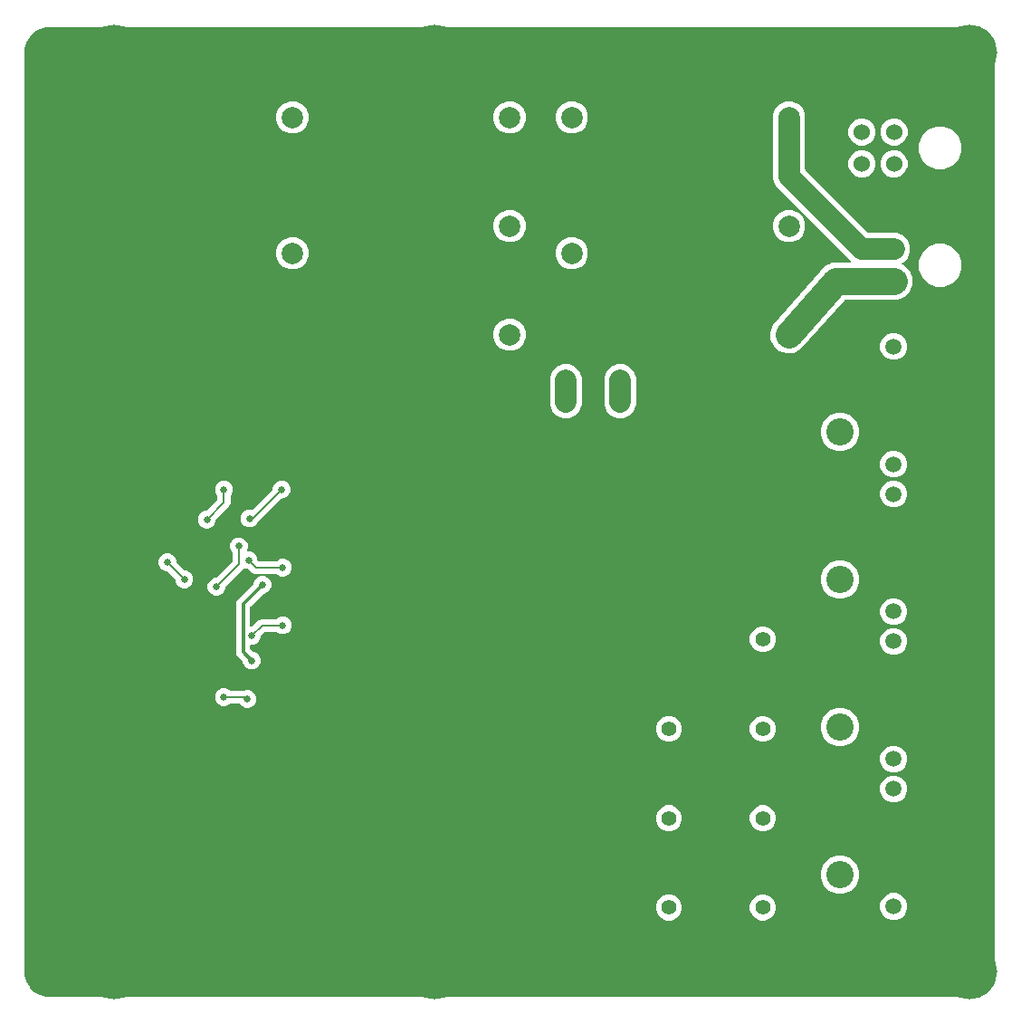
<source format=gbr>
G04 EAGLE Gerber RS-274X export*
G75*
%MOMM*%
%FSLAX34Y34*%
%LPD*%
%INBottom Copper*%
%IPPOS*%
%AMOC8*
5,1,8,0,0,1.08239X$1,22.5*%
G01*
%ADD10C,2.550000*%
%ADD11C,1.500000*%
%ADD12C,2.000000*%
%ADD13C,1.524000*%
%ADD14C,2.000000*%
%ADD15C,1.400000*%
%ADD16C,5.200000*%
%ADD17C,0.654800*%
%ADD18C,0.300000*%
%ADD19C,2.500000*%
%ADD20C,0.200000*%

G36*
X890019Y6274D02*
X890019Y6274D01*
X890050Y6272D01*
X893048Y6469D01*
X893072Y6474D01*
X893194Y6493D01*
X893230Y6503D01*
X893252Y6513D01*
X893276Y6517D01*
X893364Y6563D01*
X893454Y6604D01*
X893472Y6620D01*
X893494Y6632D01*
X893562Y6703D01*
X893635Y6771D01*
X893646Y6792D01*
X893663Y6810D01*
X893705Y6900D01*
X893752Y6987D01*
X893756Y7011D01*
X893767Y7033D01*
X893778Y7132D01*
X893795Y7229D01*
X893791Y7253D01*
X893794Y7277D01*
X893773Y7374D01*
X893758Y7472D01*
X893747Y7494D01*
X893742Y7518D01*
X893691Y7603D01*
X893645Y7691D01*
X893628Y7708D01*
X893615Y7729D01*
X893540Y7793D01*
X893469Y7862D01*
X893447Y7873D01*
X893428Y7889D01*
X893336Y7926D01*
X893247Y7969D01*
X893223Y7972D01*
X893200Y7981D01*
X893034Y7999D01*
X885624Y7999D01*
X877538Y11349D01*
X871349Y17538D01*
X867999Y25624D01*
X867999Y34376D01*
X871349Y42462D01*
X877538Y48651D01*
X885624Y52001D01*
X894376Y52001D01*
X902462Y48651D01*
X908651Y42462D01*
X912001Y34376D01*
X912001Y26966D01*
X912005Y26942D01*
X912002Y26918D01*
X912025Y26821D01*
X912040Y26724D01*
X912052Y26702D01*
X912057Y26678D01*
X912109Y26594D01*
X912156Y26506D01*
X912173Y26490D01*
X912186Y26469D01*
X912262Y26405D01*
X912334Y26337D01*
X912356Y26327D01*
X912375Y26311D01*
X912467Y26275D01*
X912557Y26233D01*
X912581Y26231D01*
X912604Y26222D01*
X912703Y26217D01*
X912801Y26206D01*
X912825Y26211D01*
X912850Y26210D01*
X912945Y26237D01*
X913042Y26258D01*
X913063Y26271D01*
X913086Y26278D01*
X913168Y26334D01*
X913253Y26385D01*
X913269Y26403D01*
X913289Y26417D01*
X913348Y26496D01*
X913413Y26572D01*
X913422Y26594D01*
X913437Y26614D01*
X913497Y26770D01*
X913507Y26806D01*
X913509Y26830D01*
X913531Y26952D01*
X913728Y29950D01*
X913726Y29969D01*
X913729Y30000D01*
X913729Y890000D01*
X913726Y890019D01*
X913728Y890050D01*
X913531Y893048D01*
X913526Y893071D01*
X913507Y893195D01*
X913497Y893230D01*
X913487Y893252D01*
X913483Y893276D01*
X913437Y893364D01*
X913396Y893454D01*
X913380Y893472D01*
X913368Y893494D01*
X913296Y893562D01*
X913229Y893635D01*
X913208Y893646D01*
X913190Y893663D01*
X913100Y893705D01*
X913013Y893752D01*
X912989Y893756D01*
X912967Y893767D01*
X912868Y893778D01*
X912771Y893795D01*
X912747Y893791D01*
X912723Y893794D01*
X912626Y893773D01*
X912528Y893758D01*
X912506Y893747D01*
X912482Y893742D01*
X912397Y893691D01*
X912309Y893645D01*
X912292Y893628D01*
X912271Y893615D01*
X912207Y893540D01*
X912137Y893469D01*
X912127Y893447D01*
X912111Y893428D01*
X912074Y893336D01*
X912031Y893247D01*
X912028Y893223D01*
X912019Y893200D01*
X912001Y893034D01*
X912001Y885624D01*
X908651Y877538D01*
X902462Y871349D01*
X894376Y867999D01*
X885624Y867999D01*
X877538Y871349D01*
X871349Y877538D01*
X867999Y885624D01*
X867999Y894376D01*
X871349Y902462D01*
X877538Y908651D01*
X885624Y912001D01*
X893034Y912001D01*
X893058Y912005D01*
X893082Y912002D01*
X893179Y912024D01*
X893276Y912040D01*
X893298Y912052D01*
X893321Y912057D01*
X893406Y912109D01*
X893494Y912156D01*
X893510Y912173D01*
X893531Y912186D01*
X893595Y912262D01*
X893663Y912334D01*
X893673Y912356D01*
X893689Y912375D01*
X893725Y912467D01*
X893767Y912557D01*
X893769Y912581D01*
X893778Y912604D01*
X893783Y912703D01*
X893794Y912801D01*
X893789Y912825D01*
X893790Y912849D01*
X893763Y912945D01*
X893742Y913042D01*
X893729Y913063D01*
X893722Y913086D01*
X893666Y913168D01*
X893615Y913253D01*
X893597Y913269D01*
X893583Y913289D01*
X893504Y913348D01*
X893428Y913413D01*
X893406Y913422D01*
X893386Y913437D01*
X893230Y913497D01*
X893195Y913507D01*
X893170Y913509D01*
X893048Y913531D01*
X890050Y913728D01*
X890031Y913726D01*
X890000Y913729D01*
X30000Y913729D01*
X29981Y913726D01*
X29950Y913728D01*
X26952Y913531D01*
X26929Y913526D01*
X26805Y913507D01*
X21013Y911955D01*
X20999Y911949D01*
X20984Y911946D01*
X20830Y911879D01*
X15637Y908881D01*
X15625Y908871D01*
X15611Y908865D01*
X15480Y908760D01*
X11240Y904520D01*
X11231Y904508D01*
X11218Y904498D01*
X11119Y904363D01*
X8121Y899170D01*
X8116Y899155D01*
X8106Y899143D01*
X8045Y898987D01*
X6493Y893195D01*
X6491Y893171D01*
X6469Y893048D01*
X6272Y890050D01*
X6274Y890031D01*
X6271Y890000D01*
X6271Y30000D01*
X6274Y29981D01*
X6272Y29950D01*
X6469Y26952D01*
X6474Y26929D01*
X6493Y26805D01*
X8045Y21013D01*
X8051Y20999D01*
X8054Y20984D01*
X8121Y20830D01*
X11119Y15637D01*
X11129Y15625D01*
X11135Y15611D01*
X11240Y15480D01*
X15480Y11240D01*
X15492Y11231D01*
X15502Y11218D01*
X15637Y11119D01*
X20830Y8121D01*
X20845Y8116D01*
X20857Y8106D01*
X21013Y8045D01*
X26805Y6493D01*
X26829Y6491D01*
X26952Y6469D01*
X29950Y6272D01*
X29969Y6274D01*
X30000Y6271D01*
X890000Y6271D01*
X890019Y6274D01*
G37*
%LPC*%
G36*
X712577Y610506D02*
X712577Y610506D01*
X707373Y615130D01*
X704335Y621395D01*
X703925Y628345D01*
X706206Y634923D01*
X750818Y685125D01*
X750841Y685162D01*
X750871Y685193D01*
X750943Y685323D01*
X750949Y685333D01*
X750950Y685336D01*
X750952Y685340D01*
X751107Y685713D01*
X753188Y687794D01*
X753198Y687808D01*
X753219Y687827D01*
X755174Y690027D01*
X755538Y690204D01*
X755573Y690229D01*
X755613Y690246D01*
X755729Y690338D01*
X755739Y690345D01*
X755741Y690348D01*
X755744Y690350D01*
X756030Y690636D01*
X758749Y691763D01*
X758763Y691772D01*
X758790Y691781D01*
X761438Y693065D01*
X761842Y693089D01*
X761884Y693099D01*
X761927Y693099D01*
X762070Y693141D01*
X762082Y693143D01*
X762084Y693145D01*
X762088Y693146D01*
X762462Y693301D01*
X765405Y693301D01*
X765422Y693303D01*
X765450Y693302D01*
X768388Y693475D01*
X768770Y693343D01*
X768813Y693335D01*
X768853Y693319D01*
X769001Y693303D01*
X769013Y693301D01*
X769016Y693301D01*
X769020Y693301D01*
X779147Y693301D01*
X779218Y693312D01*
X779290Y693314D01*
X779339Y693332D01*
X779390Y693340D01*
X779453Y693374D01*
X779521Y693399D01*
X779561Y693431D01*
X779607Y693456D01*
X779657Y693508D01*
X779713Y693552D01*
X779741Y693596D01*
X779777Y693634D01*
X779807Y693699D01*
X779846Y693759D01*
X779858Y693810D01*
X779880Y693857D01*
X779888Y693928D01*
X779906Y693998D01*
X779902Y694050D01*
X779907Y694101D01*
X779892Y694172D01*
X779887Y694243D01*
X779866Y694291D01*
X779855Y694342D01*
X779818Y694403D01*
X779790Y694469D01*
X779746Y694525D01*
X779729Y694553D01*
X779711Y694568D01*
X779686Y694600D01*
X776876Y697410D01*
X708883Y765403D01*
X706599Y770916D01*
X706599Y832084D01*
X708883Y837597D01*
X713103Y841817D01*
X718616Y844101D01*
X724584Y844101D01*
X730097Y841817D01*
X734317Y837597D01*
X736601Y832084D01*
X736601Y780429D01*
X736615Y780339D01*
X736623Y780248D01*
X736635Y780218D01*
X736640Y780186D01*
X736683Y780105D01*
X736719Y780022D01*
X736745Y779989D01*
X736756Y779969D01*
X736779Y779947D01*
X736824Y779891D01*
X795691Y721024D01*
X795764Y720971D01*
X795834Y720911D01*
X795864Y720899D01*
X795890Y720880D01*
X795977Y720853D01*
X796062Y720819D01*
X796103Y720815D01*
X796125Y720808D01*
X796158Y720809D01*
X796229Y720801D01*
X822684Y720801D01*
X828197Y718517D01*
X832417Y714297D01*
X834701Y708784D01*
X834701Y702816D01*
X832417Y697303D01*
X828197Y693083D01*
X827660Y692860D01*
X827599Y692823D01*
X827533Y692794D01*
X827513Y692775D01*
X827492Y692763D01*
X827475Y692746D01*
X827451Y692731D01*
X827405Y692676D01*
X827352Y692627D01*
X827339Y692603D01*
X827322Y692585D01*
X827312Y692563D01*
X827294Y692541D01*
X827268Y692474D01*
X827234Y692412D01*
X827229Y692384D01*
X827219Y692362D01*
X827216Y692338D01*
X827206Y692312D01*
X827203Y692240D01*
X827190Y692170D01*
X827194Y692142D01*
X827191Y692118D01*
X827197Y692094D01*
X827195Y692066D01*
X827215Y691997D01*
X827226Y691926D01*
X827238Y691902D01*
X827244Y691877D01*
X827256Y691856D01*
X827264Y691830D01*
X827305Y691771D01*
X827337Y691707D01*
X827357Y691688D01*
X827370Y691666D01*
X827389Y691650D01*
X827404Y691628D01*
X827462Y691585D01*
X827513Y691535D01*
X827542Y691519D01*
X827557Y691506D01*
X827581Y691497D01*
X827602Y691481D01*
X827624Y691474D01*
X827660Y691454D01*
X829633Y690636D01*
X834556Y685713D01*
X837221Y679281D01*
X837221Y672319D01*
X834556Y665887D01*
X829633Y660964D01*
X823201Y658299D01*
X774146Y658299D01*
X774034Y658281D01*
X773921Y658265D01*
X773913Y658261D01*
X773903Y658260D01*
X773803Y658207D01*
X773701Y658156D01*
X773692Y658148D01*
X773685Y658144D01*
X773669Y658127D01*
X773577Y658044D01*
X732370Y611673D01*
X726105Y608635D01*
X719155Y608225D01*
X712577Y610506D01*
G37*
%LPD*%
%LPC*%
G36*
X217354Y312725D02*
X217354Y312725D01*
X214313Y313985D01*
X211985Y316313D01*
X210725Y319354D01*
X210725Y319766D01*
X210711Y319856D01*
X210703Y319947D01*
X210691Y319977D01*
X210686Y320009D01*
X210643Y320089D01*
X210607Y320173D01*
X210581Y320205D01*
X210570Y320226D01*
X210547Y320248D01*
X210502Y320304D01*
X205489Y325318D01*
X204499Y327707D01*
X204499Y375293D01*
X205489Y377682D01*
X220502Y392696D01*
X220555Y392770D01*
X220615Y392839D01*
X220627Y392869D01*
X220646Y392895D01*
X220673Y392982D01*
X220707Y393067D01*
X220711Y393108D01*
X220718Y393131D01*
X220717Y393163D01*
X220725Y393234D01*
X220725Y393646D01*
X221985Y396687D01*
X224313Y399015D01*
X227354Y400275D01*
X230646Y400275D01*
X233687Y399015D01*
X236015Y396687D01*
X237275Y393646D01*
X237275Y390354D01*
X236015Y387313D01*
X233687Y384985D01*
X230646Y383725D01*
X230234Y383725D01*
X230144Y383711D01*
X230053Y383703D01*
X230023Y383691D01*
X229991Y383686D01*
X229911Y383643D01*
X229827Y383607D01*
X229795Y383581D01*
X229774Y383570D01*
X229752Y383547D01*
X229696Y383502D01*
X217724Y371530D01*
X217671Y371456D01*
X217611Y371387D01*
X217599Y371357D01*
X217580Y371331D01*
X217553Y371244D01*
X217519Y371159D01*
X217515Y371118D01*
X217508Y371095D01*
X217509Y371063D01*
X217501Y370992D01*
X217501Y353036D01*
X217504Y353016D01*
X217502Y352997D01*
X217524Y352895D01*
X217540Y352793D01*
X217550Y352776D01*
X217554Y352756D01*
X217607Y352667D01*
X217656Y352576D01*
X217670Y352562D01*
X217680Y352545D01*
X217759Y352478D01*
X217834Y352406D01*
X217852Y352398D01*
X217867Y352385D01*
X217963Y352346D01*
X218057Y352303D01*
X218077Y352301D01*
X218095Y352293D01*
X218262Y352275D01*
X218473Y352275D01*
X218563Y352289D01*
X218654Y352297D01*
X218684Y352309D01*
X218716Y352314D01*
X218797Y352357D01*
X218880Y352393D01*
X218913Y352419D01*
X218933Y352430D01*
X218955Y352453D01*
X219011Y352498D01*
X225601Y359087D01*
X227806Y360001D01*
X241983Y360001D01*
X242073Y360015D01*
X242164Y360023D01*
X242194Y360035D01*
X242226Y360040D01*
X242307Y360083D01*
X242390Y360119D01*
X242423Y360145D01*
X242443Y360156D01*
X242465Y360179D01*
X242521Y360224D01*
X243313Y361015D01*
X246354Y362275D01*
X249646Y362275D01*
X252687Y361015D01*
X255015Y358687D01*
X256275Y355646D01*
X256275Y352354D01*
X255015Y349313D01*
X252687Y346985D01*
X249646Y345725D01*
X246354Y345725D01*
X243313Y346985D01*
X242521Y347776D01*
X242448Y347829D01*
X242378Y347889D01*
X242348Y347901D01*
X242322Y347920D01*
X242235Y347947D01*
X242150Y347981D01*
X242109Y347985D01*
X242087Y347992D01*
X242054Y347991D01*
X241983Y347999D01*
X231801Y347999D01*
X231711Y347985D01*
X231620Y347977D01*
X231590Y347965D01*
X231558Y347960D01*
X231477Y347917D01*
X231394Y347881D01*
X231361Y347855D01*
X231341Y347844D01*
X231319Y347821D01*
X231263Y347776D01*
X227498Y344011D01*
X227451Y343946D01*
X227438Y343933D01*
X227435Y343926D01*
X227385Y343868D01*
X227373Y343838D01*
X227354Y343812D01*
X227327Y343725D01*
X227293Y343640D01*
X227289Y343599D01*
X227282Y343577D01*
X227283Y343544D01*
X227275Y343473D01*
X227275Y342354D01*
X226015Y339313D01*
X223687Y336985D01*
X220646Y335725D01*
X218262Y335725D01*
X218242Y335722D01*
X218223Y335724D01*
X218121Y335702D01*
X218019Y335686D01*
X218002Y335676D01*
X217982Y335672D01*
X217893Y335619D01*
X217802Y335570D01*
X217788Y335556D01*
X217771Y335546D01*
X217704Y335467D01*
X217632Y335392D01*
X217624Y335374D01*
X217611Y335359D01*
X217572Y335263D01*
X217529Y335169D01*
X217527Y335149D01*
X217519Y335131D01*
X217501Y334964D01*
X217501Y332008D01*
X217515Y331918D01*
X217523Y331827D01*
X217535Y331797D01*
X217540Y331765D01*
X217583Y331685D01*
X217619Y331601D01*
X217645Y331569D01*
X217656Y331548D01*
X217679Y331526D01*
X217724Y331470D01*
X219696Y329498D01*
X219770Y329445D01*
X219839Y329385D01*
X219869Y329373D01*
X219895Y329354D01*
X219982Y329327D01*
X220067Y329293D01*
X220108Y329289D01*
X220131Y329282D01*
X220163Y329283D01*
X220234Y329275D01*
X220646Y329275D01*
X223687Y328015D01*
X226015Y325687D01*
X227275Y322646D01*
X227275Y319354D01*
X226015Y316313D01*
X223687Y313985D01*
X220646Y312725D01*
X217354Y312725D01*
G37*
%LPD*%
%LPC*%
G36*
X385624Y867999D02*
X385624Y867999D01*
X377538Y871349D01*
X371349Y877538D01*
X367999Y885624D01*
X367999Y894376D01*
X371349Y902462D01*
X377538Y908651D01*
X385624Y912001D01*
X394376Y912001D01*
X402462Y908651D01*
X408651Y902462D01*
X412001Y894376D01*
X412001Y885624D01*
X408651Y877538D01*
X402462Y871349D01*
X394376Y867999D01*
X385624Y867999D01*
G37*
%LPD*%
%LPC*%
G36*
X85624Y7999D02*
X85624Y7999D01*
X77538Y11349D01*
X71349Y17538D01*
X67999Y25624D01*
X67999Y34376D01*
X71349Y42462D01*
X77538Y48651D01*
X85624Y52001D01*
X94376Y52001D01*
X102462Y48651D01*
X108651Y42462D01*
X112001Y34376D01*
X112001Y25624D01*
X108651Y17538D01*
X102462Y11349D01*
X94376Y7999D01*
X85624Y7999D01*
G37*
%LPD*%
%LPC*%
G36*
X385624Y7999D02*
X385624Y7999D01*
X377538Y11349D01*
X371349Y17538D01*
X367999Y25624D01*
X367999Y34376D01*
X371349Y42462D01*
X377538Y48651D01*
X385624Y52001D01*
X394376Y52001D01*
X402462Y48651D01*
X408651Y42462D01*
X412001Y34376D01*
X412001Y25624D01*
X408651Y17538D01*
X402462Y11349D01*
X394376Y7999D01*
X385624Y7999D01*
G37*
%LPD*%
%LPC*%
G36*
X85624Y867999D02*
X85624Y867999D01*
X77538Y871349D01*
X71349Y877538D01*
X67999Y885624D01*
X67999Y894376D01*
X71349Y902462D01*
X77538Y908651D01*
X85624Y912001D01*
X94376Y912001D01*
X102462Y908651D01*
X108651Y902462D01*
X112001Y894376D01*
X112001Y885624D01*
X108651Y877538D01*
X102462Y871349D01*
X94376Y867999D01*
X85624Y867999D01*
G37*
%LPD*%
%LPC*%
G36*
X184354Y381725D02*
X184354Y381725D01*
X181313Y382985D01*
X178985Y385313D01*
X177725Y388354D01*
X177725Y391646D01*
X178985Y394687D01*
X181313Y397015D01*
X184354Y398275D01*
X185473Y398275D01*
X185563Y398289D01*
X185654Y398297D01*
X185684Y398309D01*
X185716Y398314D01*
X185797Y398357D01*
X185880Y398393D01*
X185913Y398419D01*
X185933Y398430D01*
X185955Y398453D01*
X186011Y398498D01*
X200776Y413263D01*
X200829Y413337D01*
X200889Y413406D01*
X200901Y413436D01*
X200920Y413462D01*
X200947Y413549D01*
X200981Y413634D01*
X200985Y413675D01*
X200992Y413697D01*
X200991Y413730D01*
X200999Y413801D01*
X200999Y421983D01*
X200985Y422073D01*
X200977Y422164D01*
X200965Y422194D01*
X200960Y422226D01*
X200917Y422307D01*
X200881Y422390D01*
X200855Y422423D01*
X200844Y422443D01*
X200821Y422465D01*
X200776Y422521D01*
X199985Y423313D01*
X198725Y426354D01*
X198725Y429646D01*
X199985Y432687D01*
X202313Y435015D01*
X205354Y436275D01*
X208646Y436275D01*
X211687Y435015D01*
X214015Y432687D01*
X215275Y429646D01*
X215275Y426354D01*
X214435Y424327D01*
X214425Y424283D01*
X214405Y424241D01*
X214397Y424164D01*
X214379Y424088D01*
X214383Y424042D01*
X214378Y423997D01*
X214395Y423920D01*
X214402Y423843D01*
X214421Y423801D01*
X214431Y423756D01*
X214471Y423689D01*
X214502Y423618D01*
X214533Y423584D01*
X214557Y423545D01*
X214616Y423494D01*
X214669Y423437D01*
X214709Y423415D01*
X214744Y423385D01*
X214816Y423356D01*
X214884Y423319D01*
X214929Y423310D01*
X214972Y423293D01*
X215108Y423278D01*
X215126Y423275D01*
X215131Y423276D01*
X215139Y423275D01*
X217646Y423275D01*
X220687Y422015D01*
X223015Y419687D01*
X224275Y416646D01*
X224275Y415527D01*
X224289Y415437D01*
X224297Y415346D01*
X224309Y415316D01*
X224314Y415284D01*
X224357Y415203D01*
X224393Y415120D01*
X224419Y415087D01*
X224430Y415067D01*
X224453Y415045D01*
X224498Y414989D01*
X225263Y414224D01*
X225337Y414171D01*
X225406Y414111D01*
X225436Y414099D01*
X225462Y414080D01*
X225549Y414053D01*
X225634Y414019D01*
X225675Y414015D01*
X225697Y414008D01*
X225730Y414009D01*
X225801Y414001D01*
X241983Y414001D01*
X242073Y414015D01*
X242164Y414023D01*
X242194Y414035D01*
X242226Y414040D01*
X242307Y414083D01*
X242390Y414119D01*
X242423Y414145D01*
X242443Y414156D01*
X242465Y414179D01*
X242521Y414224D01*
X243313Y415015D01*
X246354Y416275D01*
X249646Y416275D01*
X252687Y415015D01*
X255015Y412687D01*
X256275Y409646D01*
X256275Y406354D01*
X255015Y403313D01*
X252687Y400985D01*
X249646Y399725D01*
X246354Y399725D01*
X243313Y400985D01*
X242521Y401776D01*
X242448Y401829D01*
X242378Y401889D01*
X242348Y401901D01*
X242322Y401920D01*
X242235Y401947D01*
X242150Y401981D01*
X242109Y401985D01*
X242087Y401992D01*
X242054Y401991D01*
X241983Y401999D01*
X221806Y401999D01*
X219601Y402913D01*
X216011Y406502D01*
X215937Y406555D01*
X215868Y406615D01*
X215838Y406627D01*
X215812Y406646D01*
X215725Y406673D01*
X215640Y406707D01*
X215599Y406711D01*
X215577Y406718D01*
X215544Y406717D01*
X215473Y406725D01*
X214354Y406725D01*
X212602Y407451D01*
X212488Y407478D01*
X212375Y407506D01*
X212369Y407506D01*
X212362Y407507D01*
X212246Y407496D01*
X212130Y407487D01*
X212124Y407485D01*
X212118Y407484D01*
X212010Y407436D01*
X211903Y407391D01*
X211897Y407386D01*
X211893Y407384D01*
X211879Y407372D01*
X211772Y407286D01*
X210292Y405806D01*
X194498Y390011D01*
X194445Y389937D01*
X194385Y389868D01*
X194373Y389838D01*
X194354Y389812D01*
X194327Y389725D01*
X194293Y389640D01*
X194289Y389599D01*
X194282Y389577D01*
X194283Y389544D01*
X194275Y389473D01*
X194275Y388354D01*
X193015Y385313D01*
X190687Y382985D01*
X187646Y381725D01*
X184354Y381725D01*
G37*
%LPD*%
%LPC*%
G36*
X560886Y547999D02*
X560886Y547999D01*
X555373Y550283D01*
X551153Y554503D01*
X548869Y560016D01*
X548869Y585984D01*
X551153Y591497D01*
X555373Y595717D01*
X560886Y598001D01*
X566854Y598001D01*
X572367Y595717D01*
X576587Y591497D01*
X578871Y585984D01*
X578871Y560016D01*
X576587Y554503D01*
X572367Y550283D01*
X566854Y547999D01*
X560886Y547999D01*
G37*
%LPD*%
%LPC*%
G36*
X510086Y547999D02*
X510086Y547999D01*
X504573Y550283D01*
X500353Y554503D01*
X498069Y560016D01*
X498069Y585984D01*
X500353Y591497D01*
X504573Y595717D01*
X510086Y598001D01*
X516054Y598001D01*
X521567Y595717D01*
X525787Y591497D01*
X528071Y585984D01*
X528071Y560016D01*
X525787Y554503D01*
X521567Y550283D01*
X516054Y547999D01*
X510086Y547999D01*
G37*
%LPD*%
%LPC*%
G36*
X858922Y780499D02*
X858922Y780499D01*
X851570Y783544D01*
X845944Y789170D01*
X842899Y796522D01*
X842899Y804478D01*
X845944Y811830D01*
X851570Y817456D01*
X858922Y820501D01*
X866878Y820501D01*
X874230Y817456D01*
X879856Y811830D01*
X882901Y804478D01*
X882901Y796522D01*
X879856Y789170D01*
X874230Y783544D01*
X866878Y780499D01*
X858922Y780499D01*
G37*
%LPD*%
%LPC*%
G36*
X858922Y670799D02*
X858922Y670799D01*
X851570Y673844D01*
X845944Y679470D01*
X842899Y686822D01*
X842899Y694778D01*
X845944Y702130D01*
X851570Y707756D01*
X858922Y710801D01*
X866878Y710801D01*
X874230Y707756D01*
X879856Y702130D01*
X882901Y694778D01*
X882901Y686822D01*
X879856Y679470D01*
X874230Y673844D01*
X866878Y670799D01*
X858922Y670799D01*
G37*
%LPD*%
%LPC*%
G36*
X765869Y103349D02*
X765869Y103349D01*
X759345Y106052D01*
X754352Y111045D01*
X751649Y117569D01*
X751649Y124631D01*
X754352Y131155D01*
X759345Y136148D01*
X765869Y138851D01*
X772931Y138851D01*
X779455Y136148D01*
X784448Y131155D01*
X787151Y124631D01*
X787151Y117569D01*
X784448Y111045D01*
X779455Y106052D01*
X772931Y103349D01*
X765869Y103349D01*
G37*
%LPD*%
%LPC*%
G36*
X765869Y379149D02*
X765869Y379149D01*
X759345Y381852D01*
X754352Y386845D01*
X751649Y393369D01*
X751649Y400431D01*
X754352Y406955D01*
X759345Y411948D01*
X765869Y414651D01*
X772931Y414651D01*
X779455Y411948D01*
X784448Y406955D01*
X787151Y400431D01*
X787151Y393369D01*
X784448Y386845D01*
X779455Y381852D01*
X772931Y379149D01*
X765869Y379149D01*
G37*
%LPD*%
%LPC*%
G36*
X765869Y517049D02*
X765869Y517049D01*
X759345Y519752D01*
X754352Y524745D01*
X751649Y531269D01*
X751649Y538331D01*
X754352Y544855D01*
X759345Y549848D01*
X765869Y552551D01*
X772931Y552551D01*
X779455Y549848D01*
X784448Y544855D01*
X787151Y538331D01*
X787151Y531269D01*
X784448Y524745D01*
X779455Y519752D01*
X772931Y517049D01*
X765869Y517049D01*
G37*
%LPD*%
%LPC*%
G36*
X765869Y241249D02*
X765869Y241249D01*
X759345Y243952D01*
X754352Y248945D01*
X751649Y255469D01*
X751649Y262531D01*
X754352Y269055D01*
X759345Y274048D01*
X765869Y276751D01*
X772931Y276751D01*
X779455Y274048D01*
X784448Y269055D01*
X787151Y262531D01*
X787151Y255469D01*
X784448Y248945D01*
X779455Y243952D01*
X772931Y241249D01*
X765869Y241249D01*
G37*
%LPD*%
%LPC*%
G36*
X215354Y445725D02*
X215354Y445725D01*
X212313Y446985D01*
X209985Y449313D01*
X208725Y452354D01*
X208725Y455646D01*
X209985Y458687D01*
X212313Y461015D01*
X215354Y462275D01*
X218646Y462275D01*
X218984Y462135D01*
X219097Y462108D01*
X219211Y462080D01*
X219217Y462080D01*
X219223Y462079D01*
X219340Y462090D01*
X219456Y462099D01*
X219462Y462101D01*
X219468Y462102D01*
X219575Y462149D01*
X219682Y462195D01*
X219688Y462200D01*
X219693Y462202D01*
X219707Y462214D01*
X219813Y462300D01*
X238502Y480989D01*
X238555Y481063D01*
X238615Y481132D01*
X238627Y481162D01*
X238646Y481188D01*
X238673Y481275D01*
X238707Y481360D01*
X238711Y481401D01*
X238718Y481423D01*
X238717Y481456D01*
X238725Y481527D01*
X238725Y482646D01*
X239985Y485687D01*
X242313Y488015D01*
X245354Y489275D01*
X248646Y489275D01*
X251687Y488015D01*
X254015Y485687D01*
X255275Y482646D01*
X255275Y479354D01*
X254015Y476313D01*
X251687Y473985D01*
X248646Y472725D01*
X247527Y472725D01*
X247437Y472711D01*
X247346Y472703D01*
X247316Y472691D01*
X247284Y472686D01*
X247203Y472643D01*
X247120Y472607D01*
X247087Y472581D01*
X247067Y472570D01*
X247045Y472547D01*
X246989Y472502D01*
X225194Y450708D01*
X224275Y449788D01*
X224236Y449735D01*
X224191Y449688D01*
X224150Y449616D01*
X224131Y449589D01*
X224125Y449570D01*
X224110Y449541D01*
X224015Y449313D01*
X221687Y446985D01*
X218646Y445725D01*
X215354Y445725D01*
G37*
%LPD*%
%LPC*%
G36*
X254116Y814099D02*
X254116Y814099D01*
X248603Y816383D01*
X244383Y820603D01*
X242099Y826116D01*
X242099Y832084D01*
X244383Y837597D01*
X248603Y841817D01*
X254116Y844101D01*
X260084Y844101D01*
X265597Y841817D01*
X269817Y837597D01*
X272101Y832084D01*
X272101Y826116D01*
X269817Y820603D01*
X265597Y816383D01*
X260084Y814099D01*
X254116Y814099D01*
G37*
%LPD*%
%LPC*%
G36*
X457316Y814099D02*
X457316Y814099D01*
X451803Y816383D01*
X447583Y820603D01*
X445299Y826116D01*
X445299Y832084D01*
X447583Y837597D01*
X451803Y841817D01*
X457316Y844101D01*
X463284Y844101D01*
X468797Y841817D01*
X473017Y837597D01*
X475301Y832084D01*
X475301Y826116D01*
X473017Y820603D01*
X468797Y816383D01*
X463284Y814099D01*
X457316Y814099D01*
G37*
%LPD*%
%LPC*%
G36*
X457316Y610899D02*
X457316Y610899D01*
X451803Y613183D01*
X447583Y617403D01*
X445299Y622916D01*
X445299Y628884D01*
X447583Y634397D01*
X451803Y638617D01*
X457316Y640901D01*
X463284Y640901D01*
X468797Y638617D01*
X473017Y634397D01*
X475301Y628884D01*
X475301Y622916D01*
X473017Y617403D01*
X468797Y613183D01*
X463284Y610899D01*
X457316Y610899D01*
G37*
%LPD*%
%LPC*%
G36*
X254116Y687099D02*
X254116Y687099D01*
X248603Y689383D01*
X244383Y693603D01*
X242099Y699116D01*
X242099Y705084D01*
X244383Y710597D01*
X248603Y714817D01*
X254116Y717101D01*
X260084Y717101D01*
X265597Y714817D01*
X269817Y710597D01*
X272101Y705084D01*
X272101Y699116D01*
X269817Y693603D01*
X265597Y689383D01*
X260084Y687099D01*
X254116Y687099D01*
G37*
%LPD*%
%LPC*%
G36*
X515416Y687099D02*
X515416Y687099D01*
X509903Y689383D01*
X505683Y693603D01*
X503399Y699116D01*
X503399Y705084D01*
X505683Y710597D01*
X509903Y714817D01*
X515416Y717101D01*
X521384Y717101D01*
X526897Y714817D01*
X531117Y710597D01*
X533401Y705084D01*
X533401Y699116D01*
X531117Y693603D01*
X526897Y689383D01*
X521384Y687099D01*
X515416Y687099D01*
G37*
%LPD*%
%LPC*%
G36*
X457316Y712499D02*
X457316Y712499D01*
X451803Y714783D01*
X447583Y719003D01*
X445299Y724516D01*
X445299Y730484D01*
X447583Y735997D01*
X451803Y740217D01*
X457316Y742501D01*
X463284Y742501D01*
X468797Y740217D01*
X473017Y735997D01*
X475301Y730484D01*
X475301Y724516D01*
X473017Y719003D01*
X468797Y714783D01*
X463284Y712499D01*
X457316Y712499D01*
G37*
%LPD*%
%LPC*%
G36*
X718616Y712499D02*
X718616Y712499D01*
X713103Y714783D01*
X708883Y719003D01*
X706599Y724516D01*
X706599Y730484D01*
X708883Y735997D01*
X713103Y740217D01*
X718616Y742501D01*
X724584Y742501D01*
X730097Y740217D01*
X734317Y735997D01*
X736601Y730484D01*
X736601Y724516D01*
X734317Y719003D01*
X730097Y714783D01*
X724584Y712499D01*
X718616Y712499D01*
G37*
%LPD*%
%LPC*%
G36*
X515416Y814099D02*
X515416Y814099D01*
X509903Y816383D01*
X505683Y820603D01*
X503399Y826116D01*
X503399Y832084D01*
X505683Y837597D01*
X509903Y841817D01*
X515416Y844101D01*
X521384Y844101D01*
X526897Y841817D01*
X531117Y837597D01*
X533401Y832084D01*
X533401Y826116D01*
X531117Y820603D01*
X526897Y816383D01*
X521384Y814099D01*
X515416Y814099D01*
G37*
%LPD*%
%LPC*%
G36*
X175354Y444725D02*
X175354Y444725D01*
X172313Y445985D01*
X169985Y448313D01*
X168725Y451354D01*
X168725Y454646D01*
X169985Y457687D01*
X172313Y460015D01*
X175354Y461275D01*
X176473Y461275D01*
X176563Y461289D01*
X176654Y461297D01*
X176684Y461309D01*
X176716Y461314D01*
X176797Y461357D01*
X176880Y461393D01*
X176913Y461419D01*
X176933Y461430D01*
X176955Y461453D01*
X177011Y461498D01*
X186776Y471263D01*
X186829Y471337D01*
X186889Y471406D01*
X186901Y471436D01*
X186920Y471462D01*
X186947Y471549D01*
X186981Y471634D01*
X186985Y471675D01*
X186992Y471697D01*
X186991Y471730D01*
X186999Y471801D01*
X186999Y474983D01*
X186985Y475073D01*
X186977Y475164D01*
X186965Y475194D01*
X186960Y475226D01*
X186917Y475307D01*
X186881Y475391D01*
X186855Y475423D01*
X186844Y475443D01*
X186821Y475465D01*
X186776Y475521D01*
X185985Y476313D01*
X184725Y479354D01*
X184725Y482646D01*
X185985Y485687D01*
X188313Y488015D01*
X191354Y489275D01*
X194646Y489275D01*
X197687Y488015D01*
X200015Y485687D01*
X201275Y482646D01*
X201275Y479354D01*
X200015Y476313D01*
X199224Y475521D01*
X199171Y475447D01*
X199111Y475378D01*
X199099Y475348D01*
X199080Y475322D01*
X199053Y475235D01*
X199019Y475150D01*
X199015Y475109D01*
X199008Y475087D01*
X199009Y475054D01*
X199001Y474983D01*
X199001Y467806D01*
X198087Y465601D01*
X185498Y453011D01*
X185445Y452937D01*
X185385Y452868D01*
X185373Y452838D01*
X185354Y452812D01*
X185327Y452725D01*
X185293Y452640D01*
X185289Y452599D01*
X185282Y452577D01*
X185283Y452544D01*
X185275Y452473D01*
X185275Y451354D01*
X184015Y448313D01*
X181687Y445985D01*
X178646Y444725D01*
X175354Y444725D01*
G37*
%LPD*%
%LPC*%
G36*
X154354Y388725D02*
X154354Y388725D01*
X151313Y389985D01*
X148985Y392313D01*
X147725Y395354D01*
X147725Y396473D01*
X147711Y396563D01*
X147703Y396654D01*
X147691Y396684D01*
X147686Y396716D01*
X147643Y396797D01*
X147607Y396880D01*
X147581Y396913D01*
X147570Y396933D01*
X147547Y396955D01*
X147502Y397011D01*
X140011Y404502D01*
X139937Y404555D01*
X139868Y404615D01*
X139838Y404627D01*
X139812Y404646D01*
X139725Y404673D01*
X139640Y404707D01*
X139599Y404711D01*
X139577Y404718D01*
X139544Y404717D01*
X139473Y404725D01*
X138354Y404725D01*
X135313Y405985D01*
X132985Y408313D01*
X131725Y411354D01*
X131725Y414646D01*
X132985Y417687D01*
X135313Y420015D01*
X138354Y421275D01*
X141646Y421275D01*
X144687Y420015D01*
X147015Y417687D01*
X148275Y414646D01*
X148275Y413527D01*
X148277Y413512D01*
X148276Y413500D01*
X148289Y413437D01*
X148297Y413346D01*
X148309Y413316D01*
X148314Y413284D01*
X148357Y413203D01*
X148393Y413120D01*
X148419Y413087D01*
X148430Y413067D01*
X148453Y413045D01*
X148498Y412989D01*
X155989Y405498D01*
X156063Y405445D01*
X156132Y405385D01*
X156162Y405373D01*
X156188Y405354D01*
X156275Y405327D01*
X156360Y405293D01*
X156401Y405289D01*
X156423Y405282D01*
X156456Y405283D01*
X156527Y405275D01*
X157646Y405275D01*
X160687Y404015D01*
X163015Y401687D01*
X164275Y398646D01*
X164275Y395354D01*
X163015Y392313D01*
X160687Y389985D01*
X157646Y388725D01*
X154354Y388725D01*
G37*
%LPD*%
%LPC*%
G36*
X213354Y276725D02*
X213354Y276725D01*
X210313Y277985D01*
X207985Y280313D01*
X207895Y280529D01*
X207834Y280629D01*
X207774Y280729D01*
X207769Y280733D01*
X207766Y280738D01*
X207676Y280813D01*
X207587Y280889D01*
X207581Y280891D01*
X207576Y280895D01*
X207468Y280937D01*
X207359Y280981D01*
X207351Y280982D01*
X207347Y280983D01*
X207328Y280984D01*
X207192Y280999D01*
X198981Y280999D01*
X198891Y280985D01*
X198800Y280977D01*
X198770Y280965D01*
X198738Y280960D01*
X198657Y280917D01*
X198574Y280881D01*
X198541Y280855D01*
X198521Y280844D01*
X198499Y280821D01*
X198443Y280776D01*
X197651Y279985D01*
X194610Y278725D01*
X191318Y278725D01*
X188277Y279985D01*
X185949Y282313D01*
X184689Y285354D01*
X184689Y288646D01*
X185949Y291687D01*
X188277Y294015D01*
X191318Y295275D01*
X194610Y295275D01*
X197651Y294015D01*
X198443Y293224D01*
X198516Y293171D01*
X198586Y293111D01*
X198616Y293099D01*
X198642Y293080D01*
X198729Y293053D01*
X198814Y293019D01*
X198855Y293015D01*
X198877Y293008D01*
X198910Y293009D01*
X198981Y293001D01*
X212541Y293001D01*
X212606Y293011D01*
X212671Y293012D01*
X212751Y293035D01*
X212784Y293040D01*
X212801Y293050D01*
X212832Y293059D01*
X213354Y293275D01*
X216646Y293275D01*
X219687Y292015D01*
X222015Y289687D01*
X223275Y286646D01*
X223275Y283354D01*
X222015Y280313D01*
X219687Y277985D01*
X216646Y276725D01*
X213354Y276725D01*
G37*
%LPD*%
%LPC*%
G36*
X817190Y802879D02*
X817190Y802879D01*
X812551Y804801D01*
X809001Y808351D01*
X807079Y812990D01*
X807079Y818010D01*
X809001Y822649D01*
X812551Y826199D01*
X817190Y828121D01*
X822210Y828121D01*
X826849Y826199D01*
X830399Y822649D01*
X832321Y818010D01*
X832321Y812990D01*
X830399Y808351D01*
X826849Y804801D01*
X822210Y802879D01*
X817190Y802879D01*
G37*
%LPD*%
%LPC*%
G36*
X817210Y772879D02*
X817210Y772879D01*
X812571Y774801D01*
X809021Y778351D01*
X807099Y782990D01*
X807099Y788010D01*
X809021Y792649D01*
X812571Y796199D01*
X817210Y798121D01*
X822230Y798121D01*
X826869Y796199D01*
X830419Y792649D01*
X832341Y788010D01*
X832341Y782990D01*
X830419Y778351D01*
X826869Y774801D01*
X822230Y772879D01*
X817210Y772879D01*
G37*
%LPD*%
%LPC*%
G36*
X787190Y772879D02*
X787190Y772879D01*
X782551Y774801D01*
X779001Y778351D01*
X777079Y782990D01*
X777079Y788010D01*
X779001Y792649D01*
X782551Y796199D01*
X787190Y798121D01*
X792210Y798121D01*
X796849Y796199D01*
X800399Y792649D01*
X802321Y788010D01*
X802321Y782990D01*
X800399Y778351D01*
X796849Y774801D01*
X792210Y772879D01*
X787190Y772879D01*
G37*
%LPD*%
%LPC*%
G36*
X787190Y802879D02*
X787190Y802879D01*
X782551Y804801D01*
X779001Y808351D01*
X777079Y812990D01*
X777079Y818010D01*
X779001Y822649D01*
X782551Y826199D01*
X787190Y828121D01*
X792210Y828121D01*
X796849Y826199D01*
X800399Y822649D01*
X802321Y818010D01*
X802321Y812990D01*
X800399Y808351D01*
X796849Y804801D01*
X792210Y802879D01*
X787190Y802879D01*
G37*
%LPD*%
%LPC*%
G36*
X816913Y216499D02*
X816913Y216499D01*
X812319Y218402D01*
X808802Y221919D01*
X806899Y226513D01*
X806899Y231487D01*
X808802Y236081D01*
X812319Y239598D01*
X816913Y241501D01*
X821887Y241501D01*
X826481Y239598D01*
X829998Y236081D01*
X831901Y231487D01*
X831901Y226513D01*
X829998Y221919D01*
X826481Y218402D01*
X821887Y216499D01*
X816913Y216499D01*
G37*
%LPD*%
%LPC*%
G36*
X816913Y78599D02*
X816913Y78599D01*
X812319Y80502D01*
X808802Y84019D01*
X806899Y88613D01*
X806899Y93587D01*
X808802Y98181D01*
X812319Y101698D01*
X816913Y103601D01*
X821887Y103601D01*
X826481Y101698D01*
X829998Y98181D01*
X831901Y93587D01*
X831901Y88613D01*
X829998Y84019D01*
X826481Y80502D01*
X821887Y78599D01*
X816913Y78599D01*
G37*
%LPD*%
%LPC*%
G36*
X816913Y188599D02*
X816913Y188599D01*
X812319Y190502D01*
X808802Y194019D01*
X806899Y198613D01*
X806899Y203587D01*
X808802Y208181D01*
X812319Y211698D01*
X816913Y213601D01*
X821887Y213601D01*
X826481Y211698D01*
X829998Y208181D01*
X831901Y203587D01*
X831901Y198613D01*
X829998Y194019D01*
X826481Y190502D01*
X821887Y188599D01*
X816913Y188599D01*
G37*
%LPD*%
%LPC*%
G36*
X816913Y602299D02*
X816913Y602299D01*
X812319Y604202D01*
X808802Y607719D01*
X806899Y612313D01*
X806899Y617287D01*
X808802Y621881D01*
X812319Y625398D01*
X816913Y627301D01*
X821887Y627301D01*
X826481Y625398D01*
X829998Y621881D01*
X831901Y617287D01*
X831901Y612313D01*
X829998Y607719D01*
X826481Y604202D01*
X821887Y602299D01*
X816913Y602299D01*
G37*
%LPD*%
%LPC*%
G36*
X816913Y326499D02*
X816913Y326499D01*
X812319Y328402D01*
X808802Y331919D01*
X806899Y336513D01*
X806899Y341487D01*
X808802Y346081D01*
X812319Y349598D01*
X816913Y351501D01*
X821887Y351501D01*
X826481Y349598D01*
X829998Y346081D01*
X831901Y341487D01*
X831901Y336513D01*
X829998Y331919D01*
X826481Y328402D01*
X821887Y326499D01*
X816913Y326499D01*
G37*
%LPD*%
%LPC*%
G36*
X816913Y354399D02*
X816913Y354399D01*
X812319Y356302D01*
X808802Y359819D01*
X806899Y364413D01*
X806899Y369387D01*
X808802Y373981D01*
X812319Y377498D01*
X816913Y379401D01*
X821887Y379401D01*
X826481Y377498D01*
X829998Y373981D01*
X831901Y369387D01*
X831901Y364413D01*
X829998Y359819D01*
X826481Y356302D01*
X821887Y354399D01*
X816913Y354399D01*
G37*
%LPD*%
%LPC*%
G36*
X816913Y492299D02*
X816913Y492299D01*
X812319Y494202D01*
X808802Y497719D01*
X806899Y502313D01*
X806899Y507287D01*
X808802Y511881D01*
X812319Y515398D01*
X816913Y517301D01*
X821887Y517301D01*
X826481Y515398D01*
X829998Y511881D01*
X831901Y507287D01*
X831901Y502313D01*
X829998Y497719D01*
X826481Y494202D01*
X821887Y492299D01*
X816913Y492299D01*
G37*
%LPD*%
%LPC*%
G36*
X816913Y464399D02*
X816913Y464399D01*
X812319Y466302D01*
X808802Y469819D01*
X806899Y474413D01*
X806899Y479387D01*
X808802Y483981D01*
X812319Y487498D01*
X816913Y489401D01*
X821887Y489401D01*
X826481Y487498D01*
X829998Y483981D01*
X831901Y479387D01*
X831901Y474413D01*
X829998Y469819D01*
X826481Y466302D01*
X821887Y464399D01*
X816913Y464399D01*
G37*
%LPD*%
%LPC*%
G36*
X694593Y245429D02*
X694593Y245429D01*
X690182Y247256D01*
X686806Y250632D01*
X684979Y255043D01*
X684979Y259817D01*
X686806Y264228D01*
X690182Y267604D01*
X694593Y269431D01*
X699367Y269431D01*
X703778Y267604D01*
X707154Y264228D01*
X708981Y259817D01*
X708981Y255043D01*
X707154Y250632D01*
X703778Y247256D01*
X699367Y245429D01*
X694593Y245429D01*
G37*
%LPD*%
%LPC*%
G36*
X606593Y245429D02*
X606593Y245429D01*
X602182Y247256D01*
X598806Y250632D01*
X596979Y255043D01*
X596979Y259817D01*
X598806Y264228D01*
X602182Y267604D01*
X606593Y269431D01*
X611367Y269431D01*
X615778Y267604D01*
X619154Y264228D01*
X620981Y259817D01*
X620981Y255043D01*
X619154Y250632D01*
X615778Y247256D01*
X611367Y245429D01*
X606593Y245429D01*
G37*
%LPD*%
%LPC*%
G36*
X606593Y161774D02*
X606593Y161774D01*
X602182Y163601D01*
X598806Y166977D01*
X596979Y171388D01*
X596979Y176162D01*
X598806Y180573D01*
X602182Y183949D01*
X606593Y185776D01*
X611367Y185776D01*
X615778Y183949D01*
X619154Y180573D01*
X620981Y176162D01*
X620981Y171388D01*
X619154Y166977D01*
X615778Y163601D01*
X611367Y161774D01*
X606593Y161774D01*
G37*
%LPD*%
%LPC*%
G36*
X694593Y161769D02*
X694593Y161769D01*
X690182Y163596D01*
X686806Y166972D01*
X684979Y171383D01*
X684979Y176157D01*
X686806Y180568D01*
X690182Y183944D01*
X694593Y185771D01*
X699367Y185771D01*
X703778Y183944D01*
X707154Y180568D01*
X708981Y176157D01*
X708981Y171383D01*
X707154Y166972D01*
X703778Y163596D01*
X699367Y161769D01*
X694593Y161769D01*
G37*
%LPD*%
%LPC*%
G36*
X694593Y329089D02*
X694593Y329089D01*
X690182Y330916D01*
X686806Y334292D01*
X684979Y338703D01*
X684979Y343477D01*
X686806Y347888D01*
X690182Y351264D01*
X694593Y353091D01*
X699367Y353091D01*
X703778Y351264D01*
X707154Y347888D01*
X708981Y343477D01*
X708981Y338703D01*
X707154Y334292D01*
X703778Y330916D01*
X699367Y329089D01*
X694593Y329089D01*
G37*
%LPD*%
%LPC*%
G36*
X694593Y78119D02*
X694593Y78119D01*
X690182Y79946D01*
X686806Y83322D01*
X684979Y87733D01*
X684979Y92507D01*
X686806Y96918D01*
X690182Y100294D01*
X694593Y102121D01*
X699367Y102121D01*
X703778Y100294D01*
X707154Y96918D01*
X708981Y92507D01*
X708981Y87733D01*
X707154Y83322D01*
X703778Y79946D01*
X699367Y78119D01*
X694593Y78119D01*
G37*
%LPD*%
%LPC*%
G36*
X606593Y78119D02*
X606593Y78119D01*
X602182Y79946D01*
X598806Y83322D01*
X596979Y87733D01*
X596979Y92507D01*
X598806Y96918D01*
X602182Y100294D01*
X606593Y102121D01*
X611367Y102121D01*
X615778Y100294D01*
X619154Y96918D01*
X620981Y92507D01*
X620981Y87733D01*
X619154Y83322D01*
X615778Y79946D01*
X611367Y78119D01*
X606593Y78119D01*
G37*
%LPD*%
D10*
X769400Y584800D03*
X769400Y534800D03*
D11*
X819400Y504800D03*
X819400Y614800D03*
D10*
X769400Y446900D03*
X769400Y396900D03*
D11*
X819400Y366900D03*
X819400Y476900D03*
D10*
X769400Y309000D03*
X769400Y259000D03*
D11*
X819400Y229000D03*
X819400Y339000D03*
D10*
X769400Y171100D03*
X769400Y121100D03*
D11*
X819400Y91100D03*
X819400Y201100D03*
D12*
X513070Y563000D02*
X513070Y583000D01*
X563870Y583000D02*
X563870Y563000D01*
X563870Y357000D02*
X563870Y337000D01*
X513070Y337000D02*
X513070Y357000D01*
D13*
X819720Y785500D03*
X819700Y815500D03*
X789700Y815500D03*
X789700Y785500D03*
X819720Y675800D03*
X819700Y705800D03*
X789700Y705800D03*
X789700Y675800D03*
D14*
X518400Y702100D03*
X518400Y752900D03*
X721600Y625900D03*
X721600Y727500D03*
X721600Y829100D03*
X518400Y829100D03*
X257100Y702100D03*
X257100Y752900D03*
X460300Y625900D03*
X460300Y727500D03*
X460300Y829100D03*
X257100Y829100D03*
D15*
X696980Y341090D03*
X696980Y306090D03*
X696980Y257430D03*
X696980Y222430D03*
X608980Y90120D03*
X608980Y55120D03*
X608980Y173775D03*
X608980Y138775D03*
X608980Y257430D03*
X608980Y222430D03*
X696980Y90120D03*
X696980Y55120D03*
X696980Y173770D03*
X696980Y138770D03*
D16*
X90000Y890000D03*
X890000Y890000D03*
X390000Y890000D03*
X890000Y30000D03*
X390000Y30000D03*
X90000Y30000D03*
D17*
X219000Y321000D03*
D18*
X211000Y329000D01*
X211000Y374000D02*
X229000Y392000D01*
D17*
X229000Y392000D03*
D18*
X211000Y374000D02*
X211000Y329000D01*
D17*
X177000Y235000D03*
X179000Y331000D03*
X177000Y157000D03*
X165000Y429000D03*
D19*
X721600Y625900D02*
X765943Y675800D01*
X789700Y675800D01*
X819720Y675800D01*
D12*
X721600Y773900D02*
X721600Y829100D01*
X721600Y773900D02*
X789700Y705800D01*
X819700Y705800D01*
D17*
X192964Y287000D03*
D20*
X213000Y287000D01*
X215000Y285000D01*
D17*
X215000Y285000D03*
X186000Y390000D03*
D20*
X207000Y411000D01*
X207000Y428000D01*
D17*
X207000Y428000D03*
X156000Y397000D03*
D20*
X140000Y413000D01*
D17*
X140000Y413000D03*
X193000Y481000D03*
D20*
X193000Y469000D01*
X177000Y453000D01*
D17*
X177000Y453000D03*
X247000Y481000D03*
D20*
X220000Y454000D01*
X217000Y454000D01*
D17*
X217000Y454000D03*
X219000Y344000D03*
D20*
X229000Y354000D01*
X248000Y354000D01*
D17*
X248000Y354000D03*
X248000Y408000D03*
D20*
X223000Y408000D01*
X216000Y415000D01*
D17*
X216000Y415000D03*
M02*

</source>
